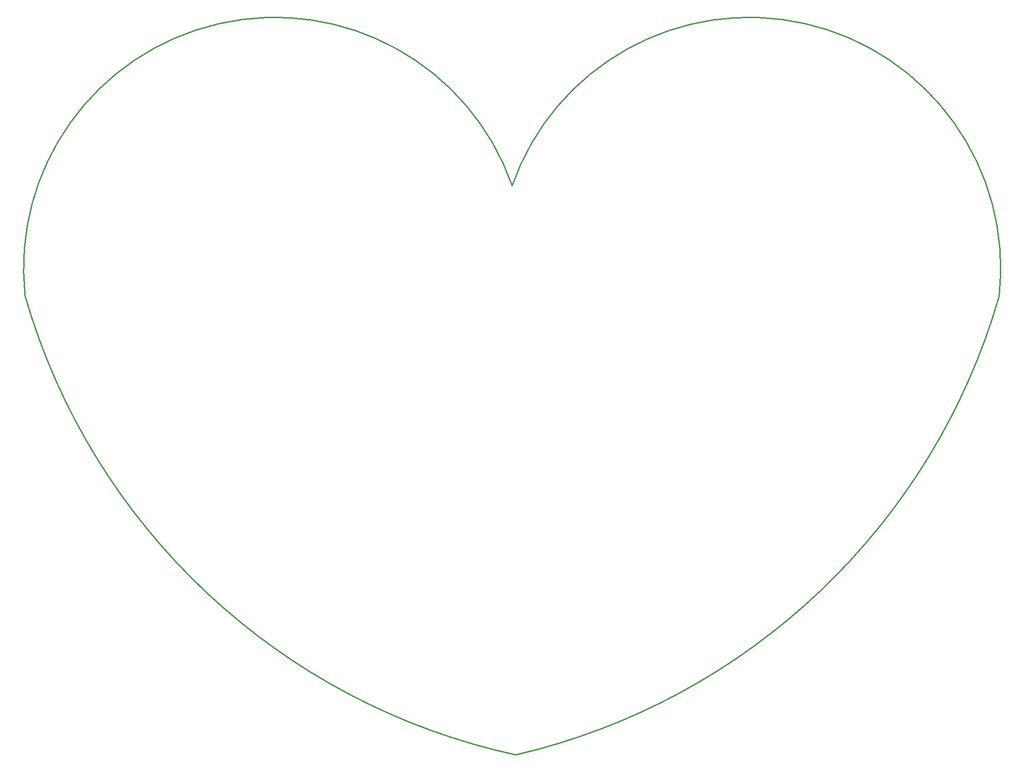
<source format=gm1>
G04*
G04 #@! TF.GenerationSoftware,Altium Limited,Altium Designer,25.3.3 (18)*
G04*
G04 Layer_Color=16711935*
%FSLAX44Y44*%
%MOMM*%
G71*
G04*
G04 #@! TF.SameCoordinates,03B7C616-348C-440E-9E9C-07167A9097DF*
G04*
G04*
G04 #@! TF.FilePolarity,Positive*
G04*
G01*
G75*
%ADD17C,0.2540*%
D17*
X-893216Y835391D02*
G03*
X-79Y-79I1146335J330331D01*
G01*
Y-79D02*
G03*
X880196Y835562I-269973J1165860D01*
G01*
X880229Y835755D02*
G03*
X-6558Y1036605I-454860J49799D01*
G01*
D02*
G03*
X-893345Y835755I-431927J-151051D01*
G01*
M02*

</source>
